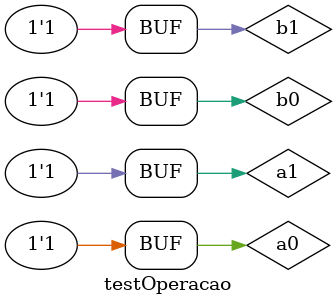
<source format=v>


module meiaDiferenca(s0, s1, a ,b);

output s0, s1;
input a, b;

wire s2;

xor XOR1 (s0, a, b);
not NOT1 (s2, a);
and AND1 (s1, b, s2);

endmodule 

module diferencaCompleta(s0, s1, a, b, c);

output s0, s1;
input a, b, c;

wire s2, s3, s4;

meiaDiferenca MD1 (s2, s3, a, b);
meiaDiferenca MD2 (s0, s4, s2, c);
or OR1 (s1, s3, s4);

endmodule 

// ------------
// -- Operação  
// ------------

module operacao (s00, s10, s20, a0, a1, b0, b1);
output s00, s10, s20;
input a0, a1, b0, b1;

wire s01, s11;

meiaDiferenca MD0 (s00, s01, a0, b0);
diferencaCompleta DC1 (s10, s11, a1, b1, s01);

assign s20 = s11;

endmodule 

// ----------------
// -- test operacao
// ---------------- 


module testOperacao;
reg   a0, a1, a2, b0, b1, b2, c;
wire  s00, s10, s20, s30;

// -- instância
operacao OP1 (s00, s10, s20, a0, a1,b0, b1);

initial begin:start
a0=0; a1=0; b0=0; b1=0;    
end

//-- parte principal
initial begin:main
$display("Guia 05 - Exercicio 02");
$display("Henrique Carvalho Parreira - 347133");
$display("Test diferenca com 2 bits");
$display("\na1 a0 - b1 b0 = s20 s10 s00\n");
$monitor("%b %b - %b %b = %b %b %b", a1, a0, b1, b0, s20, s10, s00);
#1  a0=0; a1=0; b0=0; b1=1;
#1  a0=0; a1=0; b0=1; b1=0;
#1  a0=0; a1=0; b0=1; b1=1;
#1  a0=0; a1=1; b0=0; b1=0;
#1  a0=0; a1=1; b0=0; b1=1;
#1  a0=0; a1=1; b0=1; b1=0;
#1  a0=0; a1=1; b0=1; b1=1;
#1  a0=1; a1=0; b0=0; b1=0;
#1  a0=1; a1=0; b0=0; b1=1;
#1  a0=1; a1=0; b0=1; b1=0;
#1  a0=1; a1=0; b0=1; b1=1;
#1  a0=1; a1=1; b0=0; b1=0;
#1  a0=1; a1=1; b0=0; b1=1;
#1  a0=1; a1=1; b0=1; b1=0;
#1  a0=1; a1=1; b0=1; b1=1;
 
end

endmodule //-- fim teste operacao
</source>
